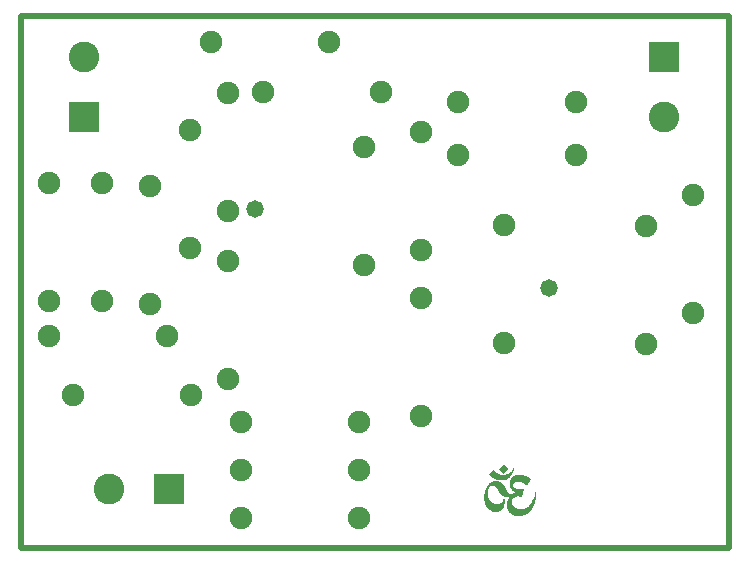
<source format=gbs>
G04 Layer_Color=16711935*
%FSLAX44Y44*%
%MOMM*%
G71*
G01*
G75*
%ADD12C,0.5000*%
%ADD28R,2.6032X2.6032*%
%ADD29C,2.6032*%
%ADD30R,2.6032X2.6032*%
%ADD31C,1.9032*%
%ADD32C,1.4732*%
G36*
X421983Y61827D02*
X422814Y61770D01*
X423411Y61710D01*
X423905Y61646D01*
X424689Y61518D01*
X425560Y61332D01*
X426131Y61181D01*
X426971Y60912D01*
X427609Y60666D01*
X428349Y60327D01*
X429209Y59862D01*
X429853Y59471D01*
X430487Y59059D01*
X431169Y58593D01*
X431721Y58119D01*
X428894Y52384D01*
X428853Y52414D01*
X428669Y52551D01*
X428465Y52702D01*
X428157Y52927D01*
X427826Y53165D01*
X427577Y53341D01*
X427199Y53600D01*
X426902Y53795D01*
X426623Y53972D01*
X426274Y54183D01*
X425651Y54531D01*
X425197Y54761D01*
X424641Y55017D01*
X424336Y55145D01*
X423568Y55428D01*
X423128Y55564D01*
X422533Y55715D01*
X421981Y55816D01*
X421576Y55864D01*
X421094Y55889D01*
X420891Y55889D01*
X420484Y55869D01*
X419877Y55788D01*
X419651Y55741D01*
X419402Y55679D01*
X419057Y55573D01*
X418695Y55432D01*
X418373Y55272D01*
X418093Y55095D01*
X417952Y54986D01*
X417662Y54701D01*
X417448Y54412D01*
X417296Y54144D01*
X417118Y53694D01*
X417049Y53424D01*
X417006Y53172D01*
X416982Y52941D01*
X416969Y52575D01*
X417017Y52082D01*
X417123Y51715D01*
X417301Y51384D01*
X417644Y51007D01*
X417904Y50793D01*
X418071Y50671D01*
X418458Y50418D01*
X418792Y50232D01*
X419066Y50098D01*
X419487Y49919D01*
X419991Y49744D01*
X420210Y49679D01*
X420806Y49536D01*
X421334Y49444D01*
X421715Y49396D01*
X422071Y49364D01*
X422480Y49342D01*
X422989Y49336D01*
X423446Y49356D01*
X423801Y49389D01*
X424254Y49454D01*
X424630Y49528D01*
X425150Y49658D01*
X425444Y49745D01*
X425880Y49893D01*
X426237Y50028D01*
X424009Y42479D01*
X423954Y42546D01*
X423835Y42670D01*
X423738Y42754D01*
X423374Y42986D01*
X423046Y43123D01*
X422562Y43256D01*
X421517Y43383D01*
X420988Y43393D01*
X420554Y43372D01*
X419446Y43193D01*
X418727Y42974D01*
X418024Y42671D01*
X417370Y42283D01*
X416923Y41926D01*
X416512Y41482D01*
X416251Y41089D01*
X416031Y40621D01*
X415853Y40034D01*
X415759Y39461D01*
X415728Y38919D01*
X415745Y38373D01*
X415800Y37877D01*
X415861Y37523D01*
X415941Y37175D01*
X416128Y36586D01*
X416261Y36263D01*
X416589Y35652D01*
X416917Y35197D01*
X417205Y34874D01*
X417522Y34575D01*
X417793Y34352D01*
X418226Y34047D01*
X418684Y33775D01*
X419001Y33612D01*
X419325Y33463D01*
X419737Y33298D01*
X420112Y33168D01*
X420448Y33067D01*
X421085Y32914D01*
X421600Y32824D01*
X421946Y32778D01*
X422380Y32738D01*
X422729Y32717D01*
X423079Y32707D01*
X423518Y32708D01*
X424002Y32727D01*
X424398Y32755D01*
X424836Y32802D01*
X425272Y32864D01*
X425705Y32944D01*
X426133Y33042D01*
X426555Y33157D01*
X426970Y33293D01*
X427296Y33415D01*
X427695Y33586D01*
X428007Y33739D01*
X428460Y33993D01*
X428826Y34227D01*
X429181Y34479D01*
X429457Y34694D01*
X429922Y35093D01*
X430367Y35520D01*
X430611Y35775D01*
X431246Y36511D01*
X431623Y37001D01*
X432078Y37651D01*
X432501Y38320D01*
X432788Y38813D01*
X433200Y39586D01*
X433792Y40850D01*
X433929Y41169D01*
X434313Y42131D01*
X434689Y43176D01*
X434921Y43906D01*
X435153Y44779D01*
X435354Y45820D01*
X435457Y46739D01*
X435496Y47688D01*
X435627Y48201D01*
X435758Y47857D01*
X435864Y47313D01*
X435930Y46938D01*
X436045Y46157D01*
X436133Y45061D01*
X436142Y44395D01*
X436109Y43431D01*
X436047Y42613D01*
X435933Y41617D01*
X435817Y40849D01*
X435428Y38965D01*
X435334Y38595D01*
X435031Y37538D01*
X434824Y36906D01*
X434539Y36123D01*
X434224Y35351D01*
X434020Y34894D01*
X433731Y34295D01*
X433527Y33903D01*
X433148Y33232D01*
X432860Y32767D01*
X432619Y32403D01*
X432239Y31874D01*
X431804Y31326D01*
X431197Y30650D01*
X430549Y30022D01*
X429822Y29413D01*
X429011Y28834D01*
X428115Y28298D01*
X427083Y27799D01*
X426502Y27566D01*
X425910Y27361D01*
X425409Y27209D01*
X425004Y27100D01*
X424493Y26978D01*
X423665Y26817D01*
X422986Y26713D01*
X422566Y26661D01*
X421725Y26593D01*
X420990Y26579D01*
X420624Y26590D01*
X420157Y26625D01*
X419693Y26685D01*
X419184Y26783D01*
X418882Y26857D01*
X418432Y26988D01*
X417890Y27179D01*
X417307Y27421D01*
X416876Y27623D01*
X416544Y27791D01*
X416262Y27941D01*
X415890Y28150D01*
X415569Y28342D01*
X415299Y28512D01*
X415033Y28690D01*
X414733Y28906D01*
X414525Y29067D01*
X414165Y29372D01*
X413902Y29623D01*
X413457Y30124D01*
X413186Y30500D01*
X412945Y30897D01*
X412666Y31455D01*
X412432Y32042D01*
X412223Y32701D01*
X412022Y33537D01*
X411889Y34278D01*
X411782Y35073D01*
X411724Y35707D01*
X411687Y36654D01*
X411704Y37385D01*
X411743Y37904D01*
X411812Y38471D01*
X411932Y39136D01*
X412109Y39845D01*
X412198Y40146D01*
X412365Y40643D01*
X412437Y40840D01*
X412550Y41134D01*
X412711Y41523D01*
X412926Y42001D01*
X413227Y42612D01*
X413468Y43075D01*
X413690Y43405D01*
X413475Y43354D01*
X413002Y43250D01*
X412658Y43180D01*
X412275Y43110D01*
X411825Y43048D01*
X411320Y43018D01*
X410953Y43037D01*
X410394Y43132D01*
X410018Y43208D01*
X409355Y43354D01*
X408859Y43492D01*
X408516Y43611D01*
X408053Y43820D01*
X407430Y44218D01*
X407086Y44494D01*
X406721Y44822D01*
X406407Y45135D01*
X406042Y45536D01*
X405760Y45878D01*
X405463Y46271D01*
X405154Y46715D01*
X404910Y47085D01*
X404725Y47375D01*
X404495Y47753D01*
X404275Y48137D01*
X403999Y48661D01*
X403780Y49103D01*
X403597Y49451D01*
X403371Y49829D01*
X403083Y50226D01*
X402897Y50456D01*
X402706Y50682D01*
X402382Y51056D01*
X402117Y51351D01*
X401874Y51593D01*
X401325Y52006D01*
X400702Y52304D01*
X400326Y52427D01*
X399746Y52542D01*
X399304Y52569D01*
X398910Y52545D01*
X398619Y52494D01*
X397836Y52199D01*
X397624Y52073D01*
X397344Y51870D01*
X397085Y51641D01*
X396848Y51389D01*
X396548Y50998D01*
X396245Y50491D01*
X396037Y50044D01*
X395848Y49536D01*
X395732Y49158D01*
X395609Y48680D01*
X395493Y48100D01*
X395430Y47662D01*
X395395Y47320D01*
X395364Y46731D01*
X395359Y46386D01*
X395361Y46140D01*
X395373Y45647D01*
X395398Y45155D01*
X395443Y44616D01*
X395528Y43982D01*
X395795Y42832D01*
X396225Y41675D01*
X396395Y41318D01*
X396629Y40883D01*
X396945Y40383D01*
X397240Y39989D01*
X397596Y39583D01*
X397838Y39338D01*
X398128Y39072D01*
X398278Y38942D01*
X398507Y38754D01*
X398900Y38453D01*
X399383Y38108D01*
X399713Y37891D01*
X400266Y37572D01*
X400897Y37294D01*
X401848Y37032D01*
X402383Y36960D01*
X403120Y36930D01*
X404059Y36966D01*
X404699Y37027D01*
X405178Y37128D01*
X405592Y37278D01*
X405995Y37467D01*
X406302Y37629D01*
X406730Y37877D01*
X407054Y38100D01*
X407389Y38388D01*
X407774Y38840D01*
X408079Y39348D01*
X408275Y39798D01*
X408465Y40307D01*
X408612Y40777D01*
X408674Y41212D01*
X408668Y41805D01*
X408673Y42427D01*
X408817Y42584D01*
X408967Y42572D01*
X409121Y42403D01*
X409260Y42089D01*
X409369Y41787D01*
X409540Y41071D01*
X409588Y40714D01*
X409621Y40310D01*
X409638Y39753D01*
X409628Y39220D01*
X409598Y38680D01*
X409546Y38059D01*
X409420Y36946D01*
X409435Y37053D01*
X409415Y36899D01*
X409420Y36946D01*
X409371Y36593D01*
X409267Y35987D01*
X409134Y35392D01*
X408944Y34741D01*
X408787Y34318D01*
X408536Y33772D01*
X408313Y33378D01*
X408063Y32998D01*
X407881Y32752D01*
X407483Y32285D01*
X407102Y31903D01*
X406063Y31094D01*
X405540Y30760D01*
X405111Y30573D01*
X404754Y30421D01*
X404022Y30177D01*
X403649Y30085D01*
X403197Y30003D01*
X402438Y29936D01*
X402059Y29938D01*
X401605Y29969D01*
X401079Y30046D01*
X400633Y30143D01*
X400338Y30222D01*
X399972Y30337D01*
X399540Y30495D01*
X399114Y30673D01*
X397372Y31640D01*
X396814Y32044D01*
X396399Y32381D01*
X395728Y33004D01*
X395465Y33280D01*
X395017Y33799D01*
X394875Y33978D01*
X394474Y34534D01*
X394226Y34918D01*
X393956Y35379D01*
X393812Y35648D01*
X393675Y35921D01*
X393513Y36266D01*
X393363Y36616D01*
X393198Y37042D01*
X393025Y37546D01*
X392895Y37983D01*
X392779Y38424D01*
X392679Y38869D01*
X392593Y39317D01*
X392520Y39766D01*
X392461Y40218D01*
X392402Y40822D01*
X392371Y41277D01*
X392352Y41732D01*
X392345Y42036D01*
X392343Y42340D01*
X392349Y42796D01*
X392363Y43252D01*
X392387Y43708D01*
X392432Y44316D01*
X392475Y44771D01*
X392516Y45149D01*
X392553Y45451D01*
X392594Y45753D01*
X392639Y46054D01*
X392713Y46504D01*
X392783Y46877D01*
X392908Y47471D01*
X393015Y47914D01*
X393092Y48207D01*
X393174Y48500D01*
X393355Y49080D01*
X393506Y49510D01*
X393699Y50006D01*
X393880Y50425D01*
X394075Y50836D01*
X394360Y51372D01*
X394551Y51699D01*
X394963Y52336D01*
X395272Y52770D01*
X395549Y53133D01*
X395790Y53428D01*
X396093Y53768D01*
X396359Y54037D01*
X396638Y54292D01*
X396931Y54532D01*
X397233Y54761D01*
X397544Y54980D01*
X397861Y55192D01*
X398247Y55438D01*
X398508Y55597D01*
X398772Y55750D01*
X399174Y55963D01*
X399659Y56178D01*
X400016Y56304D01*
X400456Y56424D01*
X400830Y56498D01*
X401057Y56532D01*
X401285Y56557D01*
X401591Y56579D01*
X402052Y56587D01*
X402358Y56576D01*
X402891Y56528D01*
X403342Y56458D01*
X403936Y56325D01*
X404375Y56199D01*
X404807Y56052D01*
X405234Y55884D01*
X405584Y55729D01*
X405997Y55526D01*
X406590Y55181D01*
X406960Y54919D01*
X407306Y54628D01*
X407575Y54365D01*
X407879Y54029D01*
X408074Y53796D01*
X408265Y53559D01*
X408549Y53198D01*
X408738Y52958D01*
X409028Y52602D01*
X409273Y52310D01*
X409559Y51956D01*
X409818Y51587D01*
X410045Y51197D01*
X410215Y50859D01*
X410372Y50514D01*
X410493Y50233D01*
X410612Y49952D01*
X410732Y49670D01*
X410825Y49460D01*
X410987Y49113D01*
X411089Y48908D01*
X411233Y48639D01*
X411423Y48310D01*
X411627Y47991D01*
X411891Y47623D01*
X412078Y47387D01*
X412373Y47044D01*
X412682Y46710D01*
X413000Y46378D01*
X413216Y46156D01*
X413495Y45890D01*
X413733Y45701D01*
X414058Y45514D01*
X414342Y45416D01*
X414567Y45370D01*
X414875Y45342D01*
X415030Y45342D01*
X415261Y45357D01*
X415487Y45392D01*
X415708Y45448D01*
X415987Y45560D01*
X416315Y45747D01*
X416571Y45914D01*
X416961Y46157D01*
X417229Y46301D01*
X417646Y46480D01*
X418155Y46626D01*
X418741Y46800D01*
X418247Y47066D01*
X417515Y47504D01*
X416890Y47974D01*
X416260Y48593D01*
X415710Y49252D01*
X415244Y49893D01*
X414752Y50708D01*
X414392Y51511D01*
X414144Y52325D01*
X413954Y53430D01*
X413896Y54359D01*
X413909Y55192D01*
X414057Y56470D01*
X414309Y57418D01*
X414662Y58229D01*
X415150Y59012D01*
X415914Y59883D01*
X416682Y60515D01*
X417473Y60999D01*
X418255Y61350D01*
X418911Y61560D01*
X419678Y61722D01*
X420329Y61802D01*
X421319Y61842D01*
X421983Y61827D01*
D02*
G37*
G36*
X417390Y67560D02*
Y66010D01*
X416940Y64110D01*
X416240Y62510D01*
X415390Y61310D01*
X414390Y60060D01*
X413490Y59260D01*
X412590Y58510D01*
X411890Y58060D01*
X410840Y57610D01*
X409740Y57260D01*
X408490Y57060D01*
X407590Y57010D01*
X406490Y57060D01*
X405190Y57210D01*
X403440Y57610D01*
X401440Y58310D01*
X399740Y59110D01*
X398640Y59810D01*
X397090Y61060D01*
X396490Y61610D01*
X400190Y66010D01*
X400740Y65360D01*
X401390Y64660D01*
X402390Y63860D01*
X403190Y63310D01*
X404040Y62810D01*
X405240Y62160D01*
X406390Y61810D01*
X407290Y61610D01*
X409090D01*
X410040Y61760D01*
X411090Y62010D01*
X412090Y62360D01*
X412940Y62760D01*
X413640Y63210D01*
X414340Y63810D01*
X414890Y64410D01*
X415540Y65210D01*
X416140Y66110D01*
X416590Y66910D01*
X416840Y67660D01*
X417140Y68460D01*
X417390Y67560D01*
D02*
G37*
G36*
X412740Y66610D02*
X408840Y62710D01*
X404890Y66660D01*
X409040Y70810D01*
X412740Y66610D01*
D02*
G37*
D12*
X0Y450000D02*
X600000D01*
Y0D02*
Y450000D01*
X0Y0D02*
X600000D01*
X0D02*
Y450000D01*
D28*
X53340Y364600D02*
D03*
X544830Y415400D02*
D03*
D29*
X53340D02*
D03*
X544830Y364600D02*
D03*
X74930Y49530D02*
D03*
D30*
X125730D02*
D03*
D31*
X23660Y179070D02*
D03*
X123660D02*
D03*
X370370Y332740D02*
D03*
X470370D02*
D03*
X408940Y173520D02*
D03*
Y273520D02*
D03*
X175260Y143040D02*
D03*
Y243040D02*
D03*
Y285280D02*
D03*
Y385280D02*
D03*
X186220Y106680D02*
D03*
X286220D02*
D03*
Y66040D02*
D03*
X186220D02*
D03*
X339090Y352260D02*
D03*
Y252260D02*
D03*
X205270Y386080D02*
D03*
X305270D02*
D03*
X143510Y353530D02*
D03*
Y253530D02*
D03*
X68580Y209080D02*
D03*
Y309080D02*
D03*
X290830Y239560D02*
D03*
Y339560D02*
D03*
X529590Y172250D02*
D03*
Y272250D02*
D03*
X43980Y129540D02*
D03*
X143980D02*
D03*
X24130Y209080D02*
D03*
Y309080D02*
D03*
X286220Y25400D02*
D03*
X186220D02*
D03*
X568960Y298920D02*
D03*
Y198920D02*
D03*
X470370Y377190D02*
D03*
X370370D02*
D03*
X339090Y111290D02*
D03*
Y211290D02*
D03*
X109220Y206540D02*
D03*
Y306540D02*
D03*
X260820Y427990D02*
D03*
X160820D02*
D03*
D32*
X198120Y287020D02*
D03*
X447040Y219710D02*
D03*
M02*

</source>
